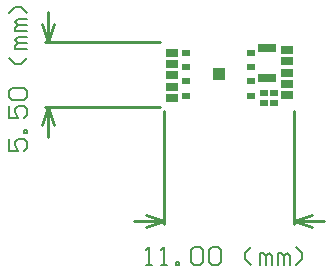
<source format=gbs>
%FSLAX44Y44*%
%MOMM*%
G71*
G01*
G75*
G04 Layer_Color=16711935*
%ADD10R,0.7000X0.2800*%
%ADD11R,1.0000X1.0000*%
%ADD12R,0.4000X0.4000*%
%ADD13R,0.4000X0.4000*%
%ADD14R,0.5000X0.2500*%
%ADD15R,0.2500X0.5000*%
%ADD16C,0.1100*%
%ADD17C,0.1700*%
%ADD18C,0.1400*%
%ADD19C,0.2540*%
%ADD20C,0.1524*%
%ADD21C,0.3500*%
%ADD22R,1.5000X0.6000*%
%ADD23R,1.0000X1.0000*%
%ADD24R,0.7000X0.4000*%
%ADD25R,0.6000X0.4000*%
%ADD26R,1.0000X0.7000*%
%ADD27C,0.2000*%
%ADD28C,0.2500*%
%ADD29C,0.1500*%
%ADD30C,0.1000*%
%ADD31R,0.8000X0.3800*%
%ADD32R,1.1000X1.1000*%
%ADD33R,0.5000X0.5000*%
%ADD34R,0.5000X0.5000*%
%ADD35R,0.6000X0.3500*%
%ADD36R,0.3500X0.6000*%
%ADD37R,1.6000X0.7000*%
%ADD38R,1.1000X1.1000*%
%ADD39R,0.8000X0.5000*%
%ADD40R,0.7000X0.5000*%
%ADD41R,1.1000X0.8000*%
D19*
X419360Y845500D02*
X516260D01*
X419360Y790500D02*
X516260D01*
X421900Y765100D02*
Y790500D01*
Y845500D02*
Y870900D01*
X416820Y775260D02*
X421900Y790500D01*
X426980Y775260D01*
X421900Y845500D02*
X426980Y860740D01*
X416820D02*
X421900Y845500D01*
X630000Y690880D02*
Y786760D01*
X520000Y690880D02*
Y786760D01*
X494600Y693420D02*
X520000D01*
X630000D02*
X655400D01*
X504760Y698500D02*
X520000Y693420D01*
X504760Y688340D02*
X520000Y693420D01*
X630000D02*
X645240Y688340D01*
X630000Y693420D02*
X645240Y698500D01*
D20*
X388382Y763152D02*
Y752996D01*
X395999D01*
X393460Y758074D01*
Y760613D01*
X395999Y763152D01*
X401078D01*
X403617Y760613D01*
Y755535D01*
X401078Y752996D01*
X403617Y768231D02*
X401078D01*
Y770770D01*
X403617D01*
Y768231D01*
X388382Y791083D02*
Y780927D01*
X395999D01*
X393460Y786005D01*
Y788544D01*
X395999Y791083D01*
X401078D01*
X403617Y788544D01*
Y783466D01*
X401078Y780927D01*
X390921Y796162D02*
X388382Y798701D01*
Y803779D01*
X390921Y806318D01*
X401078D01*
X403617Y803779D01*
Y798701D01*
X401078Y796162D01*
X390921D01*
X403617Y831710D02*
X398539Y826632D01*
X393460D01*
X388382Y831710D01*
X403617Y839328D02*
X393460D01*
Y841867D01*
X395999Y844406D01*
X403617D01*
X395999D01*
X393460Y846945D01*
X395999Y849484D01*
X403617D01*
Y854563D02*
X393460D01*
Y857102D01*
X395999Y859641D01*
X403617D01*
X395999D01*
X393460Y862180D01*
X395999Y864719D01*
X403617D01*
Y869798D02*
X398539Y874876D01*
X393460D01*
X388382Y869798D01*
X504917Y656854D02*
X509996D01*
X507457D01*
Y672089D01*
X504917Y669550D01*
X517613Y656854D02*
X522692D01*
X520153D01*
Y672089D01*
X517613Y669550D01*
X530309Y656854D02*
Y659393D01*
X532848D01*
Y656854D01*
X530309D01*
X543005Y669550D02*
X545544Y672089D01*
X550623D01*
X553162Y669550D01*
Y659393D01*
X550623Y656854D01*
X545544D01*
X543005Y659393D01*
Y669550D01*
X558240D02*
X560779Y672089D01*
X565858D01*
X568397Y669550D01*
Y659393D01*
X565858Y656854D01*
X560779D01*
X558240Y659393D01*
Y669550D01*
X593789Y656854D02*
X588710Y661932D01*
Y667011D01*
X593789Y672089D01*
X601406Y656854D02*
Y667011D01*
X603945D01*
X606485Y664471D01*
Y656854D01*
Y664471D01*
X609024Y667011D01*
X611563Y664471D01*
Y656854D01*
X616641D02*
Y667011D01*
X619180D01*
X621720Y664471D01*
Y656854D01*
Y664471D01*
X624259Y667011D01*
X626798Y664471D01*
Y656854D01*
X631876D02*
X636955Y661932D01*
Y667011D01*
X631876Y672089D01*
D37*
X607000Y840500D02*
D03*
Y814500D02*
D03*
D38*
X566001Y818000D02*
D03*
D39*
X593501Y836000D02*
D03*
Y824000D02*
D03*
Y812000D02*
D03*
Y800000D02*
D03*
X538501D02*
D03*
Y812000D02*
D03*
Y824000D02*
D03*
Y836000D02*
D03*
D40*
X604500Y793999D02*
D03*
Y801999D02*
D03*
X612502Y794000D02*
D03*
Y802000D02*
D03*
D41*
X623500Y800500D02*
D03*
Y810000D02*
D03*
Y819500D02*
D03*
Y829000D02*
D03*
Y838500D02*
D03*
X526500Y798001D02*
D03*
Y807501D02*
D03*
Y817001D02*
D03*
Y826501D02*
D03*
Y836001D02*
D03*
M02*

</source>
